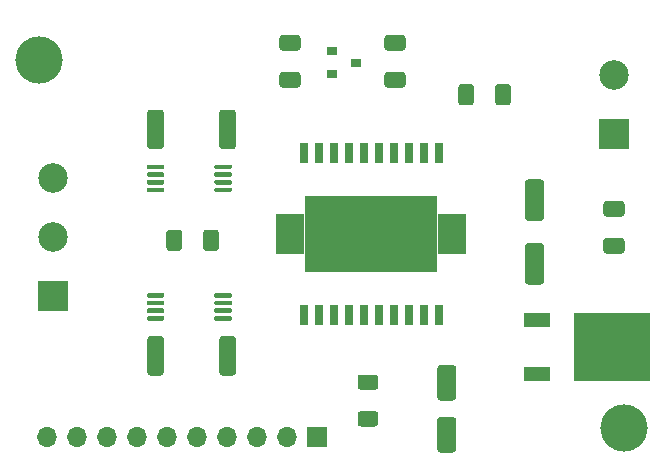
<source format=gbr>
%TF.GenerationSoftware,KiCad,Pcbnew,5.1.10*%
%TF.CreationDate,2021-06-23T21:46:23+08:00*%
%TF.ProjectId,simplefoc,73696d70-6c65-4666-9f63-2e6b69636164,rev?*%
%TF.SameCoordinates,Original*%
%TF.FileFunction,Soldermask,Top*%
%TF.FilePolarity,Negative*%
%FSLAX46Y46*%
G04 Gerber Fmt 4.6, Leading zero omitted, Abs format (unit mm)*
G04 Created by KiCad (PCBNEW 5.1.10) date 2021-06-23 21:46:23*
%MOMM*%
%LPD*%
G01*
G04 APERTURE LIST*
%ADD10C,4.000000*%
%ADD11R,0.900000X0.800000*%
%ADD12R,2.500000X2.500000*%
%ADD13C,2.500000*%
%ADD14R,2.200000X1.200000*%
%ADD15R,6.400000X5.800000*%
%ADD16R,0.700000X1.700000*%
%ADD17R,11.270000X6.400000*%
%ADD18R,2.415000X3.400000*%
%ADD19R,1.700000X1.700000*%
%ADD20O,1.700000X1.700000*%
G04 APERTURE END LIST*
%TO.C,CAP2*%
G36*
G01*
X-102764500Y252500000D02*
X-103864500Y252500000D01*
G75*
G02*
X-104114500Y252750000I0J250000D01*
G01*
X-104114500Y255250000D01*
G75*
G02*
X-103864500Y255500000I250000J0D01*
G01*
X-102764500Y255500000D01*
G75*
G02*
X-102514500Y255250000I0J-250000D01*
G01*
X-102514500Y252750000D01*
G75*
G02*
X-102764500Y252500000I-250000J0D01*
G01*
G37*
G36*
G01*
X-102764500Y248100000D02*
X-103864500Y248100000D01*
G75*
G02*
X-104114500Y248350000I0J250000D01*
G01*
X-104114500Y250850000D01*
G75*
G02*
X-103864500Y251100000I250000J0D01*
G01*
X-102764500Y251100000D01*
G75*
G02*
X-102514500Y250850000I0J-250000D01*
G01*
X-102514500Y248350000D01*
G75*
G02*
X-102764500Y248100000I-250000J0D01*
G01*
G37*
%TD*%
D10*
%TO.C,REF\u002A\u002A*%
X-88265000Y250190000D03*
%TD*%
%TO.C,REF\u002A\u002A*%
X-137795000Y281305000D03*
%TD*%
%TO.C,C4*%
G36*
G01*
X-117236001Y283441500D02*
X-115935999Y283441500D01*
G75*
G02*
X-115686000Y283191501I0J-249999D01*
G01*
X-115686000Y282366499D01*
G75*
G02*
X-115935999Y282116500I-249999J0D01*
G01*
X-117236001Y282116500D01*
G75*
G02*
X-117486000Y282366499I0J249999D01*
G01*
X-117486000Y283191501D01*
G75*
G02*
X-117236001Y283441500I249999J0D01*
G01*
G37*
G36*
G01*
X-117236001Y280316500D02*
X-115935999Y280316500D01*
G75*
G02*
X-115686000Y280066501I0J-249999D01*
G01*
X-115686000Y279241499D01*
G75*
G02*
X-115935999Y278991500I-249999J0D01*
G01*
X-117236001Y278991500D01*
G75*
G02*
X-117486000Y279241499I0J249999D01*
G01*
X-117486000Y280066501D01*
G75*
G02*
X-117236001Y280316500I249999J0D01*
G01*
G37*
%TD*%
%TO.C,C2*%
G36*
G01*
X-108346001Y280316500D02*
X-107045999Y280316500D01*
G75*
G02*
X-106796000Y280066501I0J-249999D01*
G01*
X-106796000Y279241499D01*
G75*
G02*
X-107045999Y278991500I-249999J0D01*
G01*
X-108346001Y278991500D01*
G75*
G02*
X-108596000Y279241499I0J249999D01*
G01*
X-108596000Y280066501D01*
G75*
G02*
X-108346001Y280316500I249999J0D01*
G01*
G37*
G36*
G01*
X-108346001Y283441500D02*
X-107045999Y283441500D01*
G75*
G02*
X-106796000Y283191501I0J-249999D01*
G01*
X-106796000Y282366499D01*
G75*
G02*
X-107045999Y282116500I-249999J0D01*
G01*
X-108346001Y282116500D01*
G75*
G02*
X-108596000Y282366499I0J249999D01*
G01*
X-108596000Y283191501D01*
G75*
G02*
X-108346001Y283441500I249999J0D01*
G01*
G37*
%TD*%
D11*
%TO.C,BAT1*%
X-113030000Y282062000D03*
X-113030000Y280162000D03*
X-111030000Y281112000D03*
%TD*%
%TO.C,C1*%
G36*
G01*
X-88503999Y264944500D02*
X-89804001Y264944500D01*
G75*
G02*
X-90054000Y265194499I0J249999D01*
G01*
X-90054000Y266019501D01*
G75*
G02*
X-89804001Y266269500I249999J0D01*
G01*
X-88503999Y266269500D01*
G75*
G02*
X-88254000Y266019501I0J-249999D01*
G01*
X-88254000Y265194499D01*
G75*
G02*
X-88503999Y264944500I-249999J0D01*
G01*
G37*
G36*
G01*
X-88503999Y268069500D02*
X-89804001Y268069500D01*
G75*
G02*
X-90054000Y268319499I0J249999D01*
G01*
X-90054000Y269144501D01*
G75*
G02*
X-89804001Y269394500I249999J0D01*
G01*
X-88503999Y269394500D01*
G75*
G02*
X-88254000Y269144501I0J-249999D01*
G01*
X-88254000Y268319499D01*
G75*
G02*
X-88503999Y268069500I-249999J0D01*
G01*
G37*
%TD*%
%TO.C,C3*%
G36*
G01*
X-101014500Y279034001D02*
X-101014500Y277733999D01*
G75*
G02*
X-101264499Y277484000I-249999J0D01*
G01*
X-102089501Y277484000D01*
G75*
G02*
X-102339500Y277733999I0J249999D01*
G01*
X-102339500Y279034001D01*
G75*
G02*
X-102089501Y279284000I249999J0D01*
G01*
X-101264499Y279284000D01*
G75*
G02*
X-101014500Y279034001I0J-249999D01*
G01*
G37*
G36*
G01*
X-97889500Y279034001D02*
X-97889500Y277733999D01*
G75*
G02*
X-98139499Y277484000I-249999J0D01*
G01*
X-98964501Y277484000D01*
G75*
G02*
X-99214500Y277733999I0J249999D01*
G01*
X-99214500Y279034001D01*
G75*
G02*
X-98964501Y279284000I249999J0D01*
G01*
X-98139499Y279284000D01*
G75*
G02*
X-97889500Y279034001I0J-249999D01*
G01*
G37*
%TD*%
%TO.C,CAP1*%
G36*
G01*
X-96428000Y271218000D02*
X-95328000Y271218000D01*
G75*
G02*
X-95078000Y270968000I0J-250000D01*
G01*
X-95078000Y267968000D01*
G75*
G02*
X-95328000Y267718000I-250000J0D01*
G01*
X-96428000Y267718000D01*
G75*
G02*
X-96678000Y267968000I0J250000D01*
G01*
X-96678000Y270968000D01*
G75*
G02*
X-96428000Y271218000I250000J0D01*
G01*
G37*
G36*
G01*
X-96428000Y265818000D02*
X-95328000Y265818000D01*
G75*
G02*
X-95078000Y265568000I0J-250000D01*
G01*
X-95078000Y262568000D01*
G75*
G02*
X-95328000Y262318000I-250000J0D01*
G01*
X-96428000Y262318000D01*
G75*
G02*
X-96678000Y262568000I0J250000D01*
G01*
X-96678000Y265568000D01*
G75*
G02*
X-96428000Y265818000I250000J0D01*
G01*
G37*
%TD*%
%TO.C,CBY1*%
G36*
G01*
X-127047500Y265409999D02*
X-127047500Y266710001D01*
G75*
G02*
X-126797501Y266960000I249999J0D01*
G01*
X-125972499Y266960000D01*
G75*
G02*
X-125722500Y266710001I0J-249999D01*
G01*
X-125722500Y265409999D01*
G75*
G02*
X-125972499Y265160000I-249999J0D01*
G01*
X-126797501Y265160000D01*
G75*
G02*
X-127047500Y265409999I0J249999D01*
G01*
G37*
G36*
G01*
X-123922500Y265409999D02*
X-123922500Y266710001D01*
G75*
G02*
X-123672501Y266960000I249999J0D01*
G01*
X-122847499Y266960000D01*
G75*
G02*
X-122597500Y266710001I0J-249999D01*
G01*
X-122597500Y265409999D01*
G75*
G02*
X-122847499Y265160000I-249999J0D01*
G01*
X-123672501Y265160000D01*
G75*
G02*
X-123922500Y265409999I0J249999D01*
G01*
G37*
%TD*%
%TO.C,INA1*%
G36*
G01*
X-121505500Y259556000D02*
X-121505500Y259356000D01*
G75*
G02*
X-121605500Y259256000I-100000J0D01*
G01*
X-122880500Y259256000D01*
G75*
G02*
X-122980500Y259356000I0J100000D01*
G01*
X-122980500Y259556000D01*
G75*
G02*
X-122880500Y259656000I100000J0D01*
G01*
X-121605500Y259656000D01*
G75*
G02*
X-121505500Y259556000I0J-100000D01*
G01*
G37*
G36*
G01*
X-121505500Y260206000D02*
X-121505500Y260006000D01*
G75*
G02*
X-121605500Y259906000I-100000J0D01*
G01*
X-122880500Y259906000D01*
G75*
G02*
X-122980500Y260006000I0J100000D01*
G01*
X-122980500Y260206000D01*
G75*
G02*
X-122880500Y260306000I100000J0D01*
G01*
X-121605500Y260306000D01*
G75*
G02*
X-121505500Y260206000I0J-100000D01*
G01*
G37*
G36*
G01*
X-121505500Y260856000D02*
X-121505500Y260656000D01*
G75*
G02*
X-121605500Y260556000I-100000J0D01*
G01*
X-122880500Y260556000D01*
G75*
G02*
X-122980500Y260656000I0J100000D01*
G01*
X-122980500Y260856000D01*
G75*
G02*
X-122880500Y260956000I100000J0D01*
G01*
X-121605500Y260956000D01*
G75*
G02*
X-121505500Y260856000I0J-100000D01*
G01*
G37*
G36*
G01*
X-121505500Y261506000D02*
X-121505500Y261306000D01*
G75*
G02*
X-121605500Y261206000I-100000J0D01*
G01*
X-122880500Y261206000D01*
G75*
G02*
X-122980500Y261306000I0J100000D01*
G01*
X-122980500Y261506000D01*
G75*
G02*
X-122880500Y261606000I100000J0D01*
G01*
X-121605500Y261606000D01*
G75*
G02*
X-121505500Y261506000I0J-100000D01*
G01*
G37*
G36*
G01*
X-127230500Y261506000D02*
X-127230500Y261306000D01*
G75*
G02*
X-127330500Y261206000I-100000J0D01*
G01*
X-128605500Y261206000D01*
G75*
G02*
X-128705500Y261306000I0J100000D01*
G01*
X-128705500Y261506000D01*
G75*
G02*
X-128605500Y261606000I100000J0D01*
G01*
X-127330500Y261606000D01*
G75*
G02*
X-127230500Y261506000I0J-100000D01*
G01*
G37*
G36*
G01*
X-127230500Y260856000D02*
X-127230500Y260656000D01*
G75*
G02*
X-127330500Y260556000I-100000J0D01*
G01*
X-128605500Y260556000D01*
G75*
G02*
X-128705500Y260656000I0J100000D01*
G01*
X-128705500Y260856000D01*
G75*
G02*
X-128605500Y260956000I100000J0D01*
G01*
X-127330500Y260956000D01*
G75*
G02*
X-127230500Y260856000I0J-100000D01*
G01*
G37*
G36*
G01*
X-127230500Y260206000D02*
X-127230500Y260006000D01*
G75*
G02*
X-127330500Y259906000I-100000J0D01*
G01*
X-128605500Y259906000D01*
G75*
G02*
X-128705500Y260006000I0J100000D01*
G01*
X-128705500Y260206000D01*
G75*
G02*
X-128605500Y260306000I100000J0D01*
G01*
X-127330500Y260306000D01*
G75*
G02*
X-127230500Y260206000I0J-100000D01*
G01*
G37*
G36*
G01*
X-127230500Y259556000D02*
X-127230500Y259356000D01*
G75*
G02*
X-127330500Y259256000I-100000J0D01*
G01*
X-128605500Y259256000D01*
G75*
G02*
X-128705500Y259356000I0J100000D01*
G01*
X-128705500Y259556000D01*
G75*
G02*
X-128605500Y259656000I100000J0D01*
G01*
X-127330500Y259656000D01*
G75*
G02*
X-127230500Y259556000I0J-100000D01*
G01*
G37*
%TD*%
%TO.C,INA2*%
G36*
G01*
X-127230500Y270433000D02*
X-127230500Y270233000D01*
G75*
G02*
X-127330500Y270133000I-100000J0D01*
G01*
X-128605500Y270133000D01*
G75*
G02*
X-128705500Y270233000I0J100000D01*
G01*
X-128705500Y270433000D01*
G75*
G02*
X-128605500Y270533000I100000J0D01*
G01*
X-127330500Y270533000D01*
G75*
G02*
X-127230500Y270433000I0J-100000D01*
G01*
G37*
G36*
G01*
X-127230500Y271083000D02*
X-127230500Y270883000D01*
G75*
G02*
X-127330500Y270783000I-100000J0D01*
G01*
X-128605500Y270783000D01*
G75*
G02*
X-128705500Y270883000I0J100000D01*
G01*
X-128705500Y271083000D01*
G75*
G02*
X-128605500Y271183000I100000J0D01*
G01*
X-127330500Y271183000D01*
G75*
G02*
X-127230500Y271083000I0J-100000D01*
G01*
G37*
G36*
G01*
X-127230500Y271733000D02*
X-127230500Y271533000D01*
G75*
G02*
X-127330500Y271433000I-100000J0D01*
G01*
X-128605500Y271433000D01*
G75*
G02*
X-128705500Y271533000I0J100000D01*
G01*
X-128705500Y271733000D01*
G75*
G02*
X-128605500Y271833000I100000J0D01*
G01*
X-127330500Y271833000D01*
G75*
G02*
X-127230500Y271733000I0J-100000D01*
G01*
G37*
G36*
G01*
X-127230500Y272383000D02*
X-127230500Y272183000D01*
G75*
G02*
X-127330500Y272083000I-100000J0D01*
G01*
X-128605500Y272083000D01*
G75*
G02*
X-128705500Y272183000I0J100000D01*
G01*
X-128705500Y272383000D01*
G75*
G02*
X-128605500Y272483000I100000J0D01*
G01*
X-127330500Y272483000D01*
G75*
G02*
X-127230500Y272383000I0J-100000D01*
G01*
G37*
G36*
G01*
X-121505500Y272383000D02*
X-121505500Y272183000D01*
G75*
G02*
X-121605500Y272083000I-100000J0D01*
G01*
X-122880500Y272083000D01*
G75*
G02*
X-122980500Y272183000I0J100000D01*
G01*
X-122980500Y272383000D01*
G75*
G02*
X-122880500Y272483000I100000J0D01*
G01*
X-121605500Y272483000D01*
G75*
G02*
X-121505500Y272383000I0J-100000D01*
G01*
G37*
G36*
G01*
X-121505500Y271733000D02*
X-121505500Y271533000D01*
G75*
G02*
X-121605500Y271433000I-100000J0D01*
G01*
X-122880500Y271433000D01*
G75*
G02*
X-122980500Y271533000I0J100000D01*
G01*
X-122980500Y271733000D01*
G75*
G02*
X-122880500Y271833000I100000J0D01*
G01*
X-121605500Y271833000D01*
G75*
G02*
X-121505500Y271733000I0J-100000D01*
G01*
G37*
G36*
G01*
X-121505500Y271083000D02*
X-121505500Y270883000D01*
G75*
G02*
X-121605500Y270783000I-100000J0D01*
G01*
X-122880500Y270783000D01*
G75*
G02*
X-122980500Y270883000I0J100000D01*
G01*
X-122980500Y271083000D01*
G75*
G02*
X-122880500Y271183000I100000J0D01*
G01*
X-121605500Y271183000D01*
G75*
G02*
X-121505500Y271083000I0J-100000D01*
G01*
G37*
G36*
G01*
X-121505500Y270433000D02*
X-121505500Y270233000D01*
G75*
G02*
X-121605500Y270133000I-100000J0D01*
G01*
X-122880500Y270133000D01*
G75*
G02*
X-122980500Y270233000I0J100000D01*
G01*
X-122980500Y270433000D01*
G75*
G02*
X-122880500Y270533000I100000J0D01*
G01*
X-121605500Y270533000D01*
G75*
G02*
X-121505500Y270433000I0J-100000D01*
G01*
G37*
%TD*%
D12*
%TO.C,J1*%
X-89154000Y275082000D03*
D13*
X-89154000Y280082000D03*
%TD*%
D12*
%TO.C,J3*%
X-136652000Y261340000D03*
D13*
X-136652000Y266340000D03*
X-136652000Y271340000D03*
%TD*%
D14*
%TO.C,L1*%
X-95640000Y259328000D03*
X-95640000Y254768000D03*
D15*
X-89340000Y257048000D03*
%TD*%
%TO.C,R2*%
G36*
G01*
X-110607000Y254702000D02*
X-109357000Y254702000D01*
G75*
G02*
X-109107000Y254452000I0J-250000D01*
G01*
X-109107000Y253652000D01*
G75*
G02*
X-109357000Y253402000I-250000J0D01*
G01*
X-110607000Y253402000D01*
G75*
G02*
X-110857000Y253652000I0J250000D01*
G01*
X-110857000Y254452000D01*
G75*
G02*
X-110607000Y254702000I250000J0D01*
G01*
G37*
G36*
G01*
X-110607000Y251602000D02*
X-109357000Y251602000D01*
G75*
G02*
X-109107000Y251352000I0J-250000D01*
G01*
X-109107000Y250552000D01*
G75*
G02*
X-109357000Y250302000I-250000J0D01*
G01*
X-110607000Y250302000D01*
G75*
G02*
X-110857000Y250552000I0J250000D01*
G01*
X-110857000Y251352000D01*
G75*
G02*
X-110607000Y251602000I250000J0D01*
G01*
G37*
%TD*%
%TO.C,RCS1*%
G36*
G01*
X-121168000Y257706001D02*
X-121168000Y254855999D01*
G75*
G02*
X-121417999Y254606000I-249999J0D01*
G01*
X-122318001Y254606000D01*
G75*
G02*
X-122568000Y254855999I0J249999D01*
G01*
X-122568000Y257706001D01*
G75*
G02*
X-122318001Y257956000I249999J0D01*
G01*
X-121417999Y257956000D01*
G75*
G02*
X-121168000Y257706001I0J-249999D01*
G01*
G37*
G36*
G01*
X-127268000Y257706001D02*
X-127268000Y254855999D01*
G75*
G02*
X-127517999Y254606000I-249999J0D01*
G01*
X-128418001Y254606000D01*
G75*
G02*
X-128668000Y254855999I0J249999D01*
G01*
X-128668000Y257706001D01*
G75*
G02*
X-128418001Y257956000I249999J0D01*
G01*
X-127517999Y257956000D01*
G75*
G02*
X-127268000Y257706001I0J-249999D01*
G01*
G37*
%TD*%
%TO.C,RCS2*%
G36*
G01*
X-122568000Y274032999D02*
X-122568000Y276883001D01*
G75*
G02*
X-122318001Y277133000I249999J0D01*
G01*
X-121417999Y277133000D01*
G75*
G02*
X-121168000Y276883001I0J-249999D01*
G01*
X-121168000Y274032999D01*
G75*
G02*
X-121417999Y273783000I-249999J0D01*
G01*
X-122318001Y273783000D01*
G75*
G02*
X-122568000Y274032999I0J249999D01*
G01*
G37*
G36*
G01*
X-128668000Y274032999D02*
X-128668000Y276883001D01*
G75*
G02*
X-128418001Y277133000I249999J0D01*
G01*
X-127517999Y277133000D01*
G75*
G02*
X-127268000Y276883001I0J-249999D01*
G01*
X-127268000Y274032999D01*
G75*
G02*
X-127517999Y273783000I-249999J0D01*
G01*
X-128418001Y273783000D01*
G75*
G02*
X-128668000Y274032999I0J249999D01*
G01*
G37*
%TD*%
D16*
%TO.C,U1*%
X-115435000Y259740000D03*
D17*
X-109720000Y266590000D03*
D16*
X-114165000Y259740000D03*
X-112895000Y259740000D03*
X-111625000Y259740000D03*
X-110355000Y259740000D03*
X-109085000Y259740000D03*
X-107815000Y259740000D03*
X-106545000Y259740000D03*
X-105275000Y259740000D03*
X-104005000Y259740000D03*
X-104005000Y273440000D03*
X-105275000Y273440000D03*
X-106545000Y273440000D03*
X-107815000Y273440000D03*
X-109085000Y273440000D03*
X-110355000Y273440000D03*
X-111625000Y273440000D03*
X-112895000Y273440000D03*
X-114165000Y273440000D03*
X-115435000Y273440000D03*
D18*
X-116562500Y266590000D03*
X-102877500Y266590000D03*
%TD*%
D19*
%TO.C,J2*%
X-114300000Y249428000D03*
D20*
X-116840000Y249428000D03*
X-119380000Y249428000D03*
X-121920000Y249428000D03*
X-124460000Y249428000D03*
X-127000000Y249428000D03*
X-129540000Y249428000D03*
X-132080000Y249428000D03*
X-134620000Y249428000D03*
X-137160000Y249428000D03*
%TD*%
M02*

</source>
